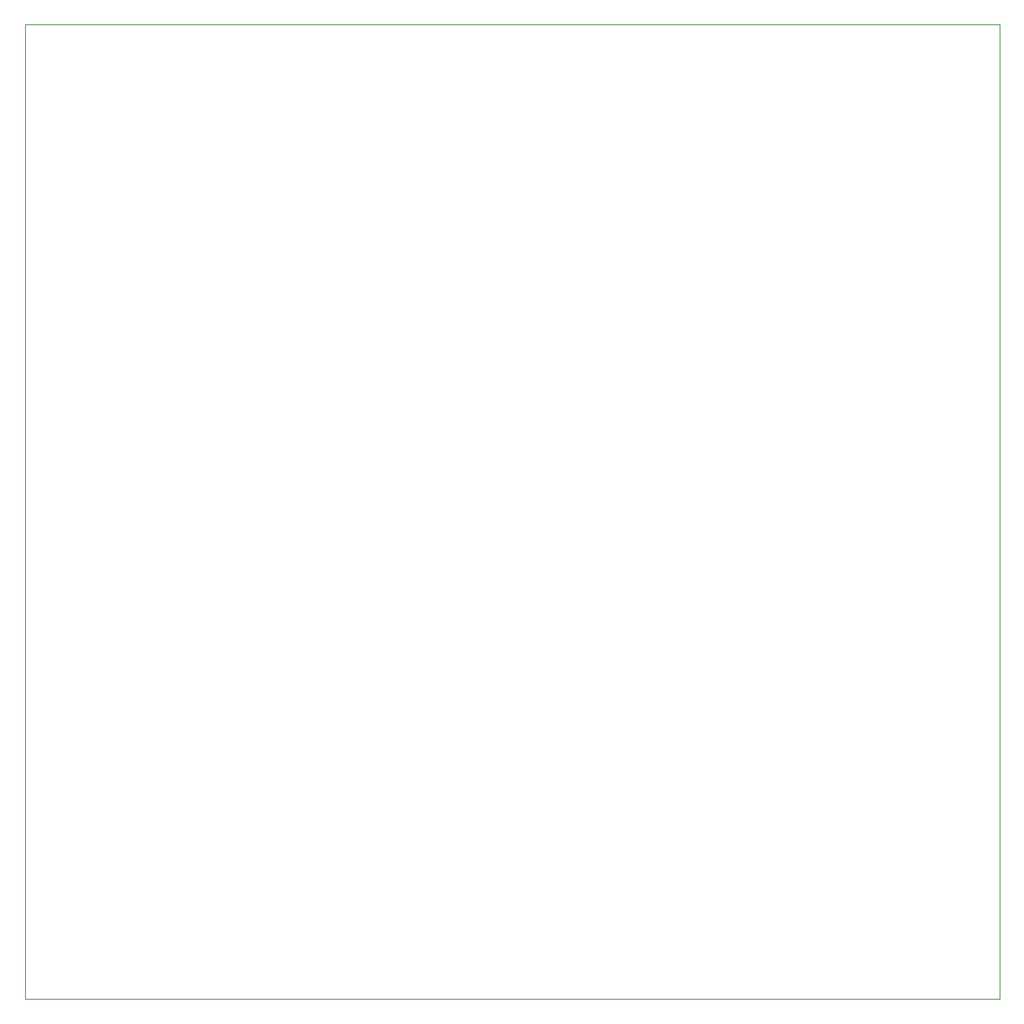
<source format=gbr>
G04 #@! TF.GenerationSoftware,KiCad,Pcbnew,5.99.0-unknown-50e22de3ba~107~ubuntu20.04.1*
G04 #@! TF.CreationDate,2021-01-25T09:59:02-06:00*
G04 #@! TF.ProjectId,AP3500,41503335-3030-42e6-9b69-6361645f7063,rev?*
G04 #@! TF.SameCoordinates,Original*
G04 #@! TF.FileFunction,Legend,Bot*
G04 #@! TF.FilePolarity,Positive*
%FSLAX46Y46*%
G04 Gerber Fmt 4.6, Leading zero omitted, Abs format (unit mm)*
G04 Created by KiCad (PCBNEW 5.99.0-unknown-50e22de3ba~107~ubuntu20.04.1) date 2021-01-25 09:59:02*
%MOMM*%
%LPD*%
G01*
G04 APERTURE LIST*
G04 #@! TA.AperFunction,Profile*
%ADD10C,0.100000*%
G04 #@! TD*
G04 APERTURE END LIST*
D10*
X105000000Y0D02*
X105000000Y-105000000D01*
X0Y0D02*
X105000000Y0D01*
X0Y-105000000D02*
X105000000Y-105000000D01*
X0Y-105000000D02*
X0Y0D01*
M02*

</source>
